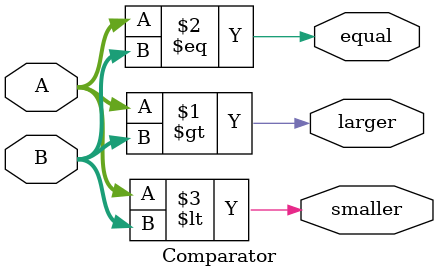
<source format=v>
`timescale 1ns / 1ps

module Comparator #(
    parameter WIDTH = 16
) (
    input wire [WIDTH-1:0] A,
    input wire [WIDTH-1:0] B,
    output wire larger,
    output wire equal,
    output wire smaller
);
    assign larger = (A > B);
    assign equal = (A == B);
    assign smaller = (A < B);

endmodule
</source>
